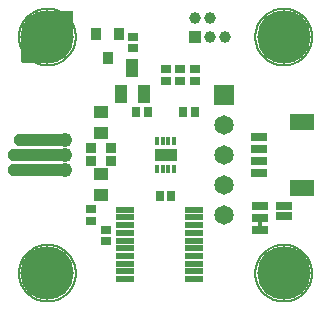
<source format=gts>
G04 EAGLE Gerber X2 export*
%TF.Part,Single*%
%TF.FileFunction,Soldermask,Top,1*%
%TF.FilePolarity,Negative*%
%TF.GenerationSoftware,Autodesk,EAGLE,9.6.2*%
%TF.CreationDate,2022-05-19T00:38:24Z*%
G75*
%MOMM*%
%FSLAX34Y34*%
%LPD*%
%INSoldermask Top*%
%AMOC8*
5,1,8,0,0,1.08239X$1,22.5*%
G01*
%ADD10R,0.827000X0.727000*%
%ADD11R,0.927000X1.027000*%
%ADD12C,0.990600*%
%ADD13R,0.990600X0.990600*%
%ADD14R,0.927000X0.827000*%
%ADD15C,0.842138*%
%ADD16C,1.227000*%
%ADD17C,0.685800*%
%ADD18R,1.227000X1.127000*%
%ADD19R,1.127000X1.527000*%
%ADD20R,1.602000X0.577000*%
%ADD21C,4.527000*%
%ADD22C,0.200000*%
%ADD23R,0.377000X0.677000*%
%ADD24R,1.827000X1.127000*%
%ADD25R,0.727000X0.827000*%
%ADD26R,1.651000X1.651000*%
%ADD27C,1.651000*%
%ADD28R,1.397000X0.762000*%
%ADD29R,2.127000X1.327000*%
%ADD30R,1.477000X0.727000*%

G36*
X61006Y224011D02*
X61006Y224011D01*
X61128Y224009D01*
X61147Y224014D01*
X61167Y224015D01*
X61283Y224052D01*
X61400Y224084D01*
X61417Y224095D01*
X61435Y224101D01*
X61536Y224168D01*
X61640Y224232D01*
X61653Y224247D01*
X61669Y224258D01*
X61747Y224351D01*
X61829Y224442D01*
X61837Y224459D01*
X61850Y224475D01*
X61899Y224586D01*
X61952Y224695D01*
X61955Y224714D01*
X61963Y224733D01*
X61989Y224935D01*
X61999Y225000D01*
X61999Y246000D01*
X61990Y246062D01*
X61991Y246112D01*
X61991Y246113D01*
X61991Y246128D01*
X61970Y246203D01*
X61959Y246279D01*
X61933Y246338D01*
X61916Y246400D01*
X61875Y246466D01*
X61843Y246536D01*
X61801Y246585D01*
X61768Y246640D01*
X61710Y246692D01*
X61660Y246750D01*
X61606Y246786D01*
X61558Y246829D01*
X61489Y246862D01*
X61424Y246905D01*
X61362Y246924D01*
X61305Y246952D01*
X61235Y246963D01*
X61154Y246987D01*
X61069Y246988D01*
X61000Y246999D01*
X40000Y246999D01*
X39871Y246981D01*
X39742Y246965D01*
X39732Y246961D01*
X39721Y246959D01*
X39602Y246906D01*
X39482Y246855D01*
X39474Y246848D01*
X39464Y246843D01*
X39365Y246759D01*
X39264Y246676D01*
X39258Y246667D01*
X39250Y246660D01*
X39178Y246551D01*
X39104Y246443D01*
X39101Y246433D01*
X39095Y246424D01*
X39057Y246299D01*
X39016Y246175D01*
X39016Y246165D01*
X39013Y246154D01*
X39011Y246024D01*
X39006Y245894D01*
X39009Y245883D01*
X39009Y245872D01*
X39044Y245746D01*
X39076Y245620D01*
X39081Y245611D01*
X39084Y245600D01*
X39153Y245489D01*
X39219Y245377D01*
X39226Y245370D01*
X39232Y245360D01*
X39442Y245171D01*
X39444Y245170D01*
X39446Y245169D01*
X51287Y237274D01*
X60178Y224431D01*
X60261Y224342D01*
X60340Y224250D01*
X60357Y224239D01*
X60370Y224224D01*
X60474Y224162D01*
X60576Y224095D01*
X60595Y224089D01*
X60612Y224079D01*
X60730Y224048D01*
X60846Y224013D01*
X60866Y224012D01*
X60885Y224007D01*
X61006Y224011D01*
G37*
G36*
X40007Y203002D02*
X40007Y203002D01*
X40015Y203001D01*
X40148Y203022D01*
X40279Y203041D01*
X40286Y203044D01*
X40293Y203045D01*
X40415Y203102D01*
X40536Y203157D01*
X40542Y203162D01*
X40549Y203165D01*
X40650Y203254D01*
X40750Y203340D01*
X40754Y203346D01*
X40760Y203351D01*
X40831Y203464D01*
X40905Y203576D01*
X40907Y203583D01*
X40911Y203590D01*
X40948Y203717D01*
X40987Y203846D01*
X40987Y203853D01*
X40989Y203860D01*
X40989Y203994D01*
X40991Y204128D01*
X40989Y204135D01*
X40989Y204142D01*
X40952Y204270D01*
X40916Y204400D01*
X40912Y204406D01*
X40910Y204413D01*
X40838Y204526D01*
X40768Y204640D01*
X40762Y204645D01*
X40758Y204651D01*
X40704Y204697D01*
X40558Y204829D01*
X40539Y204838D01*
X40524Y204851D01*
X27726Y212726D01*
X19851Y225524D01*
X19846Y225530D01*
X19843Y225536D01*
X19801Y225585D01*
X19777Y225624D01*
X19739Y225659D01*
X19671Y225741D01*
X19665Y225745D01*
X19660Y225750D01*
X19578Y225804D01*
X19568Y225813D01*
X19554Y225820D01*
X19547Y225824D01*
X19437Y225899D01*
X19430Y225901D01*
X19424Y225905D01*
X19296Y225944D01*
X19169Y225985D01*
X19161Y225985D01*
X19154Y225987D01*
X19021Y225989D01*
X18887Y225993D01*
X18880Y225991D01*
X18872Y225991D01*
X18743Y225955D01*
X18614Y225922D01*
X18608Y225918D01*
X18600Y225916D01*
X18486Y225845D01*
X18372Y225777D01*
X18367Y225772D01*
X18360Y225768D01*
X18271Y225668D01*
X18180Y225571D01*
X18176Y225564D01*
X18171Y225558D01*
X18113Y225438D01*
X18107Y225427D01*
X18095Y225408D01*
X18091Y225394D01*
X18053Y225319D01*
X18052Y225311D01*
X18048Y225305D01*
X18038Y225236D01*
X18030Y225195D01*
X18013Y225138D01*
X18012Y225099D01*
X18002Y225041D01*
X18004Y225019D01*
X18001Y225000D01*
X18001Y204000D01*
X18010Y203936D01*
X18009Y203872D01*
X18030Y203797D01*
X18041Y203721D01*
X18067Y203662D01*
X18084Y203600D01*
X18125Y203534D01*
X18157Y203464D01*
X18199Y203415D01*
X18232Y203360D01*
X18290Y203308D01*
X18340Y203250D01*
X18394Y203214D01*
X18442Y203171D01*
X18511Y203138D01*
X18576Y203095D01*
X18638Y203076D01*
X18695Y203048D01*
X18765Y203037D01*
X18846Y203013D01*
X18931Y203012D01*
X19000Y203001D01*
X40000Y203001D01*
X40007Y203002D01*
G37*
G36*
X221241Y63696D02*
X221241Y63696D01*
X221307Y63698D01*
X221350Y63716D01*
X221397Y63724D01*
X221454Y63758D01*
X221514Y63783D01*
X221549Y63814D01*
X221590Y63839D01*
X221632Y63890D01*
X221680Y63934D01*
X221702Y63976D01*
X221731Y64013D01*
X221752Y64075D01*
X221783Y64134D01*
X221791Y64188D01*
X221803Y64225D01*
X221802Y64265D01*
X221810Y64319D01*
X221810Y68129D01*
X221799Y68194D01*
X221797Y68260D01*
X221779Y68303D01*
X221771Y68350D01*
X221737Y68407D01*
X221712Y68467D01*
X221681Y68502D01*
X221656Y68543D01*
X221605Y68585D01*
X221561Y68633D01*
X221519Y68655D01*
X221482Y68684D01*
X221420Y68705D01*
X221361Y68736D01*
X221307Y68744D01*
X221270Y68756D01*
X221230Y68755D01*
X221176Y68763D01*
X218636Y68763D01*
X218571Y68752D01*
X218505Y68750D01*
X218462Y68732D01*
X218415Y68724D01*
X218358Y68690D01*
X218298Y68665D01*
X218263Y68634D01*
X218222Y68609D01*
X218181Y68558D01*
X218132Y68514D01*
X218110Y68472D01*
X218081Y68435D01*
X218060Y68373D01*
X218029Y68314D01*
X218021Y68260D01*
X218009Y68223D01*
X218009Y68219D01*
X218009Y68218D01*
X218010Y68183D01*
X218002Y68129D01*
X218002Y64319D01*
X218013Y64254D01*
X218015Y64188D01*
X218033Y64145D01*
X218041Y64098D01*
X218075Y64041D01*
X218100Y63981D01*
X218131Y63946D01*
X218156Y63905D01*
X218207Y63864D01*
X218251Y63815D01*
X218293Y63793D01*
X218330Y63764D01*
X218392Y63743D01*
X218451Y63712D01*
X218505Y63704D01*
X218542Y63692D01*
X218582Y63693D01*
X218636Y63685D01*
X221176Y63685D01*
X221241Y63696D01*
G37*
D10*
X112112Y215260D03*
X112112Y225260D03*
X89504Y61766D03*
X89504Y51766D03*
X140000Y197500D03*
X140000Y187500D03*
X165000Y187500D03*
X165000Y197500D03*
X152500Y187500D03*
X152500Y197500D03*
D11*
X100404Y227762D03*
X81404Y227762D03*
X90904Y206762D03*
D12*
X177638Y240626D03*
X177638Y224878D03*
X164938Y240626D03*
D13*
X164938Y224878D03*
D12*
X190338Y224878D03*
D14*
X76500Y119500D03*
X76500Y130500D03*
X93500Y119500D03*
X93500Y130500D03*
D10*
X77000Y69238D03*
X77000Y79238D03*
D15*
X49425Y136775D02*
X49425Y138625D01*
X49425Y136775D02*
X15575Y136775D01*
X15575Y138625D01*
X49425Y138625D01*
X49425Y125925D02*
X49425Y124075D01*
X10575Y124075D01*
X10575Y125925D01*
X49425Y125925D01*
X49425Y113225D02*
X49425Y111375D01*
X10575Y111375D01*
X10575Y113225D01*
X49425Y113225D01*
D16*
X54500Y112300D03*
X54500Y125000D03*
X54500Y137700D03*
D17*
X23500Y125000D03*
D18*
X85000Y108500D03*
X85000Y91500D03*
X85000Y144000D03*
X85000Y161000D03*
D19*
X111968Y199014D03*
X121468Y177014D03*
X102468Y177014D03*
D20*
X105562Y78562D03*
X105562Y72062D03*
X105562Y65562D03*
X105562Y59062D03*
X105562Y52562D03*
X105562Y46062D03*
X105562Y39562D03*
X105562Y33062D03*
X105562Y26562D03*
X105562Y20062D03*
X164322Y20062D03*
X164322Y26562D03*
X164322Y33062D03*
X164322Y39562D03*
X164322Y46062D03*
X164322Y52562D03*
X164322Y59062D03*
X164322Y65562D03*
X164322Y72062D03*
X164322Y78562D03*
D21*
X40000Y225000D03*
D22*
X16000Y225000D02*
X16007Y225589D01*
X16029Y226178D01*
X16065Y226766D01*
X16116Y227352D01*
X16180Y227938D01*
X16260Y228522D01*
X16353Y229103D01*
X16461Y229682D01*
X16583Y230258D01*
X16719Y230832D01*
X16869Y231401D01*
X17033Y231967D01*
X17211Y232528D01*
X17403Y233085D01*
X17608Y233637D01*
X17827Y234184D01*
X18059Y234726D01*
X18304Y235261D01*
X18563Y235791D01*
X18834Y236314D01*
X19118Y236830D01*
X19415Y237338D01*
X19724Y237840D01*
X20045Y238334D01*
X20378Y238819D01*
X20723Y239297D01*
X21080Y239766D01*
X21448Y240225D01*
X21827Y240676D01*
X22217Y241117D01*
X22618Y241549D01*
X23029Y241971D01*
X23451Y242382D01*
X23883Y242783D01*
X24324Y243173D01*
X24775Y243552D01*
X25234Y243920D01*
X25703Y244277D01*
X26181Y244622D01*
X26666Y244955D01*
X27160Y245276D01*
X27662Y245585D01*
X28170Y245882D01*
X28686Y246166D01*
X29209Y246437D01*
X29739Y246696D01*
X30274Y246941D01*
X30816Y247173D01*
X31363Y247392D01*
X31915Y247597D01*
X32472Y247789D01*
X33033Y247967D01*
X33599Y248131D01*
X34168Y248281D01*
X34742Y248417D01*
X35318Y248539D01*
X35897Y248647D01*
X36478Y248740D01*
X37062Y248820D01*
X37648Y248884D01*
X38234Y248935D01*
X38822Y248971D01*
X39411Y248993D01*
X40000Y249000D01*
X40589Y248993D01*
X41178Y248971D01*
X41766Y248935D01*
X42352Y248884D01*
X42938Y248820D01*
X43522Y248740D01*
X44103Y248647D01*
X44682Y248539D01*
X45258Y248417D01*
X45832Y248281D01*
X46401Y248131D01*
X46967Y247967D01*
X47528Y247789D01*
X48085Y247597D01*
X48637Y247392D01*
X49184Y247173D01*
X49726Y246941D01*
X50261Y246696D01*
X50791Y246437D01*
X51314Y246166D01*
X51830Y245882D01*
X52338Y245585D01*
X52840Y245276D01*
X53334Y244955D01*
X53819Y244622D01*
X54297Y244277D01*
X54766Y243920D01*
X55225Y243552D01*
X55676Y243173D01*
X56117Y242783D01*
X56549Y242382D01*
X56971Y241971D01*
X57382Y241549D01*
X57783Y241117D01*
X58173Y240676D01*
X58552Y240225D01*
X58920Y239766D01*
X59277Y239297D01*
X59622Y238819D01*
X59955Y238334D01*
X60276Y237840D01*
X60585Y237338D01*
X60882Y236830D01*
X61166Y236314D01*
X61437Y235791D01*
X61696Y235261D01*
X61941Y234726D01*
X62173Y234184D01*
X62392Y233637D01*
X62597Y233085D01*
X62789Y232528D01*
X62967Y231967D01*
X63131Y231401D01*
X63281Y230832D01*
X63417Y230258D01*
X63539Y229682D01*
X63647Y229103D01*
X63740Y228522D01*
X63820Y227938D01*
X63884Y227352D01*
X63935Y226766D01*
X63971Y226178D01*
X63993Y225589D01*
X64000Y225000D01*
X63993Y224411D01*
X63971Y223822D01*
X63935Y223234D01*
X63884Y222648D01*
X63820Y222062D01*
X63740Y221478D01*
X63647Y220897D01*
X63539Y220318D01*
X63417Y219742D01*
X63281Y219168D01*
X63131Y218599D01*
X62967Y218033D01*
X62789Y217472D01*
X62597Y216915D01*
X62392Y216363D01*
X62173Y215816D01*
X61941Y215274D01*
X61696Y214739D01*
X61437Y214209D01*
X61166Y213686D01*
X60882Y213170D01*
X60585Y212662D01*
X60276Y212160D01*
X59955Y211666D01*
X59622Y211181D01*
X59277Y210703D01*
X58920Y210234D01*
X58552Y209775D01*
X58173Y209324D01*
X57783Y208883D01*
X57382Y208451D01*
X56971Y208029D01*
X56549Y207618D01*
X56117Y207217D01*
X55676Y206827D01*
X55225Y206448D01*
X54766Y206080D01*
X54297Y205723D01*
X53819Y205378D01*
X53334Y205045D01*
X52840Y204724D01*
X52338Y204415D01*
X51830Y204118D01*
X51314Y203834D01*
X50791Y203563D01*
X50261Y203304D01*
X49726Y203059D01*
X49184Y202827D01*
X48637Y202608D01*
X48085Y202403D01*
X47528Y202211D01*
X46967Y202033D01*
X46401Y201869D01*
X45832Y201719D01*
X45258Y201583D01*
X44682Y201461D01*
X44103Y201353D01*
X43522Y201260D01*
X42938Y201180D01*
X42352Y201116D01*
X41766Y201065D01*
X41178Y201029D01*
X40589Y201007D01*
X40000Y201000D01*
X39411Y201007D01*
X38822Y201029D01*
X38234Y201065D01*
X37648Y201116D01*
X37062Y201180D01*
X36478Y201260D01*
X35897Y201353D01*
X35318Y201461D01*
X34742Y201583D01*
X34168Y201719D01*
X33599Y201869D01*
X33033Y202033D01*
X32472Y202211D01*
X31915Y202403D01*
X31363Y202608D01*
X30816Y202827D01*
X30274Y203059D01*
X29739Y203304D01*
X29209Y203563D01*
X28686Y203834D01*
X28170Y204118D01*
X27662Y204415D01*
X27160Y204724D01*
X26666Y205045D01*
X26181Y205378D01*
X25703Y205723D01*
X25234Y206080D01*
X24775Y206448D01*
X24324Y206827D01*
X23883Y207217D01*
X23451Y207618D01*
X23029Y208029D01*
X22618Y208451D01*
X22217Y208883D01*
X21827Y209324D01*
X21448Y209775D01*
X21080Y210234D01*
X20723Y210703D01*
X20378Y211181D01*
X20045Y211666D01*
X19724Y212160D01*
X19415Y212662D01*
X19118Y213170D01*
X18834Y213686D01*
X18563Y214209D01*
X18304Y214739D01*
X18059Y215274D01*
X17827Y215816D01*
X17608Y216363D01*
X17403Y216915D01*
X17211Y217472D01*
X17033Y218033D01*
X16869Y218599D01*
X16719Y219168D01*
X16583Y219742D01*
X16461Y220318D01*
X16353Y220897D01*
X16260Y221478D01*
X16180Y222062D01*
X16116Y222648D01*
X16065Y223234D01*
X16029Y223822D01*
X16007Y224411D01*
X16000Y225000D01*
D21*
X40000Y25000D03*
D22*
X16000Y25000D02*
X16007Y25589D01*
X16029Y26178D01*
X16065Y26766D01*
X16116Y27352D01*
X16180Y27938D01*
X16260Y28522D01*
X16353Y29103D01*
X16461Y29682D01*
X16583Y30258D01*
X16719Y30832D01*
X16869Y31401D01*
X17033Y31967D01*
X17211Y32528D01*
X17403Y33085D01*
X17608Y33637D01*
X17827Y34184D01*
X18059Y34726D01*
X18304Y35261D01*
X18563Y35791D01*
X18834Y36314D01*
X19118Y36830D01*
X19415Y37338D01*
X19724Y37840D01*
X20045Y38334D01*
X20378Y38819D01*
X20723Y39297D01*
X21080Y39766D01*
X21448Y40225D01*
X21827Y40676D01*
X22217Y41117D01*
X22618Y41549D01*
X23029Y41971D01*
X23451Y42382D01*
X23883Y42783D01*
X24324Y43173D01*
X24775Y43552D01*
X25234Y43920D01*
X25703Y44277D01*
X26181Y44622D01*
X26666Y44955D01*
X27160Y45276D01*
X27662Y45585D01*
X28170Y45882D01*
X28686Y46166D01*
X29209Y46437D01*
X29739Y46696D01*
X30274Y46941D01*
X30816Y47173D01*
X31363Y47392D01*
X31915Y47597D01*
X32472Y47789D01*
X33033Y47967D01*
X33599Y48131D01*
X34168Y48281D01*
X34742Y48417D01*
X35318Y48539D01*
X35897Y48647D01*
X36478Y48740D01*
X37062Y48820D01*
X37648Y48884D01*
X38234Y48935D01*
X38822Y48971D01*
X39411Y48993D01*
X40000Y49000D01*
X40589Y48993D01*
X41178Y48971D01*
X41766Y48935D01*
X42352Y48884D01*
X42938Y48820D01*
X43522Y48740D01*
X44103Y48647D01*
X44682Y48539D01*
X45258Y48417D01*
X45832Y48281D01*
X46401Y48131D01*
X46967Y47967D01*
X47528Y47789D01*
X48085Y47597D01*
X48637Y47392D01*
X49184Y47173D01*
X49726Y46941D01*
X50261Y46696D01*
X50791Y46437D01*
X51314Y46166D01*
X51830Y45882D01*
X52338Y45585D01*
X52840Y45276D01*
X53334Y44955D01*
X53819Y44622D01*
X54297Y44277D01*
X54766Y43920D01*
X55225Y43552D01*
X55676Y43173D01*
X56117Y42783D01*
X56549Y42382D01*
X56971Y41971D01*
X57382Y41549D01*
X57783Y41117D01*
X58173Y40676D01*
X58552Y40225D01*
X58920Y39766D01*
X59277Y39297D01*
X59622Y38819D01*
X59955Y38334D01*
X60276Y37840D01*
X60585Y37338D01*
X60882Y36830D01*
X61166Y36314D01*
X61437Y35791D01*
X61696Y35261D01*
X61941Y34726D01*
X62173Y34184D01*
X62392Y33637D01*
X62597Y33085D01*
X62789Y32528D01*
X62967Y31967D01*
X63131Y31401D01*
X63281Y30832D01*
X63417Y30258D01*
X63539Y29682D01*
X63647Y29103D01*
X63740Y28522D01*
X63820Y27938D01*
X63884Y27352D01*
X63935Y26766D01*
X63971Y26178D01*
X63993Y25589D01*
X64000Y25000D01*
X63993Y24411D01*
X63971Y23822D01*
X63935Y23234D01*
X63884Y22648D01*
X63820Y22062D01*
X63740Y21478D01*
X63647Y20897D01*
X63539Y20318D01*
X63417Y19742D01*
X63281Y19168D01*
X63131Y18599D01*
X62967Y18033D01*
X62789Y17472D01*
X62597Y16915D01*
X62392Y16363D01*
X62173Y15816D01*
X61941Y15274D01*
X61696Y14739D01*
X61437Y14209D01*
X61166Y13686D01*
X60882Y13170D01*
X60585Y12662D01*
X60276Y12160D01*
X59955Y11666D01*
X59622Y11181D01*
X59277Y10703D01*
X58920Y10234D01*
X58552Y9775D01*
X58173Y9324D01*
X57783Y8883D01*
X57382Y8451D01*
X56971Y8029D01*
X56549Y7618D01*
X56117Y7217D01*
X55676Y6827D01*
X55225Y6448D01*
X54766Y6080D01*
X54297Y5723D01*
X53819Y5378D01*
X53334Y5045D01*
X52840Y4724D01*
X52338Y4415D01*
X51830Y4118D01*
X51314Y3834D01*
X50791Y3563D01*
X50261Y3304D01*
X49726Y3059D01*
X49184Y2827D01*
X48637Y2608D01*
X48085Y2403D01*
X47528Y2211D01*
X46967Y2033D01*
X46401Y1869D01*
X45832Y1719D01*
X45258Y1583D01*
X44682Y1461D01*
X44103Y1353D01*
X43522Y1260D01*
X42938Y1180D01*
X42352Y1116D01*
X41766Y1065D01*
X41178Y1029D01*
X40589Y1007D01*
X40000Y1000D01*
X39411Y1007D01*
X38822Y1029D01*
X38234Y1065D01*
X37648Y1116D01*
X37062Y1180D01*
X36478Y1260D01*
X35897Y1353D01*
X35318Y1461D01*
X34742Y1583D01*
X34168Y1719D01*
X33599Y1869D01*
X33033Y2033D01*
X32472Y2211D01*
X31915Y2403D01*
X31363Y2608D01*
X30816Y2827D01*
X30274Y3059D01*
X29739Y3304D01*
X29209Y3563D01*
X28686Y3834D01*
X28170Y4118D01*
X27662Y4415D01*
X27160Y4724D01*
X26666Y5045D01*
X26181Y5378D01*
X25703Y5723D01*
X25234Y6080D01*
X24775Y6448D01*
X24324Y6827D01*
X23883Y7217D01*
X23451Y7618D01*
X23029Y8029D01*
X22618Y8451D01*
X22217Y8883D01*
X21827Y9324D01*
X21448Y9775D01*
X21080Y10234D01*
X20723Y10703D01*
X20378Y11181D01*
X20045Y11666D01*
X19724Y12160D01*
X19415Y12662D01*
X19118Y13170D01*
X18834Y13686D01*
X18563Y14209D01*
X18304Y14739D01*
X18059Y15274D01*
X17827Y15816D01*
X17608Y16363D01*
X17403Y16915D01*
X17211Y17472D01*
X17033Y18033D01*
X16869Y18599D01*
X16719Y19168D01*
X16583Y19742D01*
X16461Y20318D01*
X16353Y20897D01*
X16260Y21478D01*
X16180Y22062D01*
X16116Y22648D01*
X16065Y23234D01*
X16029Y23822D01*
X16007Y24411D01*
X16000Y25000D01*
D21*
X240000Y25000D03*
D22*
X216000Y25000D02*
X216007Y25589D01*
X216029Y26178D01*
X216065Y26766D01*
X216116Y27352D01*
X216180Y27938D01*
X216260Y28522D01*
X216353Y29103D01*
X216461Y29682D01*
X216583Y30258D01*
X216719Y30832D01*
X216869Y31401D01*
X217033Y31967D01*
X217211Y32528D01*
X217403Y33085D01*
X217608Y33637D01*
X217827Y34184D01*
X218059Y34726D01*
X218304Y35261D01*
X218563Y35791D01*
X218834Y36314D01*
X219118Y36830D01*
X219415Y37338D01*
X219724Y37840D01*
X220045Y38334D01*
X220378Y38819D01*
X220723Y39297D01*
X221080Y39766D01*
X221448Y40225D01*
X221827Y40676D01*
X222217Y41117D01*
X222618Y41549D01*
X223029Y41971D01*
X223451Y42382D01*
X223883Y42783D01*
X224324Y43173D01*
X224775Y43552D01*
X225234Y43920D01*
X225703Y44277D01*
X226181Y44622D01*
X226666Y44955D01*
X227160Y45276D01*
X227662Y45585D01*
X228170Y45882D01*
X228686Y46166D01*
X229209Y46437D01*
X229739Y46696D01*
X230274Y46941D01*
X230816Y47173D01*
X231363Y47392D01*
X231915Y47597D01*
X232472Y47789D01*
X233033Y47967D01*
X233599Y48131D01*
X234168Y48281D01*
X234742Y48417D01*
X235318Y48539D01*
X235897Y48647D01*
X236478Y48740D01*
X237062Y48820D01*
X237648Y48884D01*
X238234Y48935D01*
X238822Y48971D01*
X239411Y48993D01*
X240000Y49000D01*
X240589Y48993D01*
X241178Y48971D01*
X241766Y48935D01*
X242352Y48884D01*
X242938Y48820D01*
X243522Y48740D01*
X244103Y48647D01*
X244682Y48539D01*
X245258Y48417D01*
X245832Y48281D01*
X246401Y48131D01*
X246967Y47967D01*
X247528Y47789D01*
X248085Y47597D01*
X248637Y47392D01*
X249184Y47173D01*
X249726Y46941D01*
X250261Y46696D01*
X250791Y46437D01*
X251314Y46166D01*
X251830Y45882D01*
X252338Y45585D01*
X252840Y45276D01*
X253334Y44955D01*
X253819Y44622D01*
X254297Y44277D01*
X254766Y43920D01*
X255225Y43552D01*
X255676Y43173D01*
X256117Y42783D01*
X256549Y42382D01*
X256971Y41971D01*
X257382Y41549D01*
X257783Y41117D01*
X258173Y40676D01*
X258552Y40225D01*
X258920Y39766D01*
X259277Y39297D01*
X259622Y38819D01*
X259955Y38334D01*
X260276Y37840D01*
X260585Y37338D01*
X260882Y36830D01*
X261166Y36314D01*
X261437Y35791D01*
X261696Y35261D01*
X261941Y34726D01*
X262173Y34184D01*
X262392Y33637D01*
X262597Y33085D01*
X262789Y32528D01*
X262967Y31967D01*
X263131Y31401D01*
X263281Y30832D01*
X263417Y30258D01*
X263539Y29682D01*
X263647Y29103D01*
X263740Y28522D01*
X263820Y27938D01*
X263884Y27352D01*
X263935Y26766D01*
X263971Y26178D01*
X263993Y25589D01*
X264000Y25000D01*
X263993Y24411D01*
X263971Y23822D01*
X263935Y23234D01*
X263884Y22648D01*
X263820Y22062D01*
X263740Y21478D01*
X263647Y20897D01*
X263539Y20318D01*
X263417Y19742D01*
X263281Y19168D01*
X263131Y18599D01*
X262967Y18033D01*
X262789Y17472D01*
X262597Y16915D01*
X262392Y16363D01*
X262173Y15816D01*
X261941Y15274D01*
X261696Y14739D01*
X261437Y14209D01*
X261166Y13686D01*
X260882Y13170D01*
X260585Y12662D01*
X260276Y12160D01*
X259955Y11666D01*
X259622Y11181D01*
X259277Y10703D01*
X258920Y10234D01*
X258552Y9775D01*
X258173Y9324D01*
X257783Y8883D01*
X257382Y8451D01*
X256971Y8029D01*
X256549Y7618D01*
X256117Y7217D01*
X255676Y6827D01*
X255225Y6448D01*
X254766Y6080D01*
X254297Y5723D01*
X253819Y5378D01*
X253334Y5045D01*
X252840Y4724D01*
X252338Y4415D01*
X251830Y4118D01*
X251314Y3834D01*
X250791Y3563D01*
X250261Y3304D01*
X249726Y3059D01*
X249184Y2827D01*
X248637Y2608D01*
X248085Y2403D01*
X247528Y2211D01*
X246967Y2033D01*
X246401Y1869D01*
X245832Y1719D01*
X245258Y1583D01*
X244682Y1461D01*
X244103Y1353D01*
X243522Y1260D01*
X242938Y1180D01*
X242352Y1116D01*
X241766Y1065D01*
X241178Y1029D01*
X240589Y1007D01*
X240000Y1000D01*
X239411Y1007D01*
X238822Y1029D01*
X238234Y1065D01*
X237648Y1116D01*
X237062Y1180D01*
X236478Y1260D01*
X235897Y1353D01*
X235318Y1461D01*
X234742Y1583D01*
X234168Y1719D01*
X233599Y1869D01*
X233033Y2033D01*
X232472Y2211D01*
X231915Y2403D01*
X231363Y2608D01*
X230816Y2827D01*
X230274Y3059D01*
X229739Y3304D01*
X229209Y3563D01*
X228686Y3834D01*
X228170Y4118D01*
X227662Y4415D01*
X227160Y4724D01*
X226666Y5045D01*
X226181Y5378D01*
X225703Y5723D01*
X225234Y6080D01*
X224775Y6448D01*
X224324Y6827D01*
X223883Y7217D01*
X223451Y7618D01*
X223029Y8029D01*
X222618Y8451D01*
X222217Y8883D01*
X221827Y9324D01*
X221448Y9775D01*
X221080Y10234D01*
X220723Y10703D01*
X220378Y11181D01*
X220045Y11666D01*
X219724Y12160D01*
X219415Y12662D01*
X219118Y13170D01*
X218834Y13686D01*
X218563Y14209D01*
X218304Y14739D01*
X218059Y15274D01*
X217827Y15816D01*
X217608Y16363D01*
X217403Y16915D01*
X217211Y17472D01*
X217033Y18033D01*
X216869Y18599D01*
X216719Y19168D01*
X216583Y19742D01*
X216461Y20318D01*
X216353Y20897D01*
X216260Y21478D01*
X216180Y22062D01*
X216116Y22648D01*
X216065Y23234D01*
X216029Y23822D01*
X216007Y24411D01*
X216000Y25000D01*
D21*
X240000Y225000D03*
D22*
X216000Y225000D02*
X216007Y225589D01*
X216029Y226178D01*
X216065Y226766D01*
X216116Y227352D01*
X216180Y227938D01*
X216260Y228522D01*
X216353Y229103D01*
X216461Y229682D01*
X216583Y230258D01*
X216719Y230832D01*
X216869Y231401D01*
X217033Y231967D01*
X217211Y232528D01*
X217403Y233085D01*
X217608Y233637D01*
X217827Y234184D01*
X218059Y234726D01*
X218304Y235261D01*
X218563Y235791D01*
X218834Y236314D01*
X219118Y236830D01*
X219415Y237338D01*
X219724Y237840D01*
X220045Y238334D01*
X220378Y238819D01*
X220723Y239297D01*
X221080Y239766D01*
X221448Y240225D01*
X221827Y240676D01*
X222217Y241117D01*
X222618Y241549D01*
X223029Y241971D01*
X223451Y242382D01*
X223883Y242783D01*
X224324Y243173D01*
X224775Y243552D01*
X225234Y243920D01*
X225703Y244277D01*
X226181Y244622D01*
X226666Y244955D01*
X227160Y245276D01*
X227662Y245585D01*
X228170Y245882D01*
X228686Y246166D01*
X229209Y246437D01*
X229739Y246696D01*
X230274Y246941D01*
X230816Y247173D01*
X231363Y247392D01*
X231915Y247597D01*
X232472Y247789D01*
X233033Y247967D01*
X233599Y248131D01*
X234168Y248281D01*
X234742Y248417D01*
X235318Y248539D01*
X235897Y248647D01*
X236478Y248740D01*
X237062Y248820D01*
X237648Y248884D01*
X238234Y248935D01*
X238822Y248971D01*
X239411Y248993D01*
X240000Y249000D01*
X240589Y248993D01*
X241178Y248971D01*
X241766Y248935D01*
X242352Y248884D01*
X242938Y248820D01*
X243522Y248740D01*
X244103Y248647D01*
X244682Y248539D01*
X245258Y248417D01*
X245832Y248281D01*
X246401Y248131D01*
X246967Y247967D01*
X247528Y247789D01*
X248085Y247597D01*
X248637Y247392D01*
X249184Y247173D01*
X249726Y246941D01*
X250261Y246696D01*
X250791Y246437D01*
X251314Y246166D01*
X251830Y245882D01*
X252338Y245585D01*
X252840Y245276D01*
X253334Y244955D01*
X253819Y244622D01*
X254297Y244277D01*
X254766Y243920D01*
X255225Y243552D01*
X255676Y243173D01*
X256117Y242783D01*
X256549Y242382D01*
X256971Y241971D01*
X257382Y241549D01*
X257783Y241117D01*
X258173Y240676D01*
X258552Y240225D01*
X258920Y239766D01*
X259277Y239297D01*
X259622Y238819D01*
X259955Y238334D01*
X260276Y237840D01*
X260585Y237338D01*
X260882Y236830D01*
X261166Y236314D01*
X261437Y235791D01*
X261696Y235261D01*
X261941Y234726D01*
X262173Y234184D01*
X262392Y233637D01*
X262597Y233085D01*
X262789Y232528D01*
X262967Y231967D01*
X263131Y231401D01*
X263281Y230832D01*
X263417Y230258D01*
X263539Y229682D01*
X263647Y229103D01*
X263740Y228522D01*
X263820Y227938D01*
X263884Y227352D01*
X263935Y226766D01*
X263971Y226178D01*
X263993Y225589D01*
X264000Y225000D01*
X263993Y224411D01*
X263971Y223822D01*
X263935Y223234D01*
X263884Y222648D01*
X263820Y222062D01*
X263740Y221478D01*
X263647Y220897D01*
X263539Y220318D01*
X263417Y219742D01*
X263281Y219168D01*
X263131Y218599D01*
X262967Y218033D01*
X262789Y217472D01*
X262597Y216915D01*
X262392Y216363D01*
X262173Y215816D01*
X261941Y215274D01*
X261696Y214739D01*
X261437Y214209D01*
X261166Y213686D01*
X260882Y213170D01*
X260585Y212662D01*
X260276Y212160D01*
X259955Y211666D01*
X259622Y211181D01*
X259277Y210703D01*
X258920Y210234D01*
X258552Y209775D01*
X258173Y209324D01*
X257783Y208883D01*
X257382Y208451D01*
X256971Y208029D01*
X256549Y207618D01*
X256117Y207217D01*
X255676Y206827D01*
X255225Y206448D01*
X254766Y206080D01*
X254297Y205723D01*
X253819Y205378D01*
X253334Y205045D01*
X252840Y204724D01*
X252338Y204415D01*
X251830Y204118D01*
X251314Y203834D01*
X250791Y203563D01*
X250261Y203304D01*
X249726Y203059D01*
X249184Y202827D01*
X248637Y202608D01*
X248085Y202403D01*
X247528Y202211D01*
X246967Y202033D01*
X246401Y201869D01*
X245832Y201719D01*
X245258Y201583D01*
X244682Y201461D01*
X244103Y201353D01*
X243522Y201260D01*
X242938Y201180D01*
X242352Y201116D01*
X241766Y201065D01*
X241178Y201029D01*
X240589Y201007D01*
X240000Y201000D01*
X239411Y201007D01*
X238822Y201029D01*
X238234Y201065D01*
X237648Y201116D01*
X237062Y201180D01*
X236478Y201260D01*
X235897Y201353D01*
X235318Y201461D01*
X234742Y201583D01*
X234168Y201719D01*
X233599Y201869D01*
X233033Y202033D01*
X232472Y202211D01*
X231915Y202403D01*
X231363Y202608D01*
X230816Y202827D01*
X230274Y203059D01*
X229739Y203304D01*
X229209Y203563D01*
X228686Y203834D01*
X228170Y204118D01*
X227662Y204415D01*
X227160Y204724D01*
X226666Y205045D01*
X226181Y205378D01*
X225703Y205723D01*
X225234Y206080D01*
X224775Y206448D01*
X224324Y206827D01*
X223883Y207217D01*
X223451Y207618D01*
X223029Y208029D01*
X222618Y208451D01*
X222217Y208883D01*
X221827Y209324D01*
X221448Y209775D01*
X221080Y210234D01*
X220723Y210703D01*
X220378Y211181D01*
X220045Y211666D01*
X219724Y212160D01*
X219415Y212662D01*
X219118Y213170D01*
X218834Y213686D01*
X218563Y214209D01*
X218304Y214739D01*
X218059Y215274D01*
X217827Y215816D01*
X217608Y216363D01*
X217403Y216915D01*
X217211Y217472D01*
X217033Y218033D01*
X216869Y218599D01*
X216719Y219168D01*
X216583Y219742D01*
X216461Y220318D01*
X216353Y220897D01*
X216260Y221478D01*
X216180Y222062D01*
X216116Y222648D01*
X216065Y223234D01*
X216029Y223822D01*
X216007Y224411D01*
X216000Y225000D01*
D23*
X147500Y136750D03*
X142500Y136750D03*
X137500Y136750D03*
X132500Y136750D03*
X147500Y113250D03*
X142500Y113250D03*
X137500Y113250D03*
X132500Y113250D03*
D24*
X140000Y125000D03*
D25*
X135000Y90000D03*
X145000Y90000D03*
X154920Y161212D03*
X164920Y161212D03*
X124786Y161524D03*
X114786Y161524D03*
D26*
X189812Y175762D03*
D27*
X189812Y150362D03*
X189812Y124962D03*
X189812Y99562D03*
X189812Y74162D03*
D28*
X219906Y81464D03*
X219906Y71304D03*
X219906Y61144D03*
X240000Y81564D03*
X240000Y73436D03*
D29*
X255750Y97000D03*
X255750Y153000D03*
D30*
X219000Y110000D03*
X219000Y120000D03*
X219000Y130000D03*
X219000Y140000D03*
M02*

</source>
